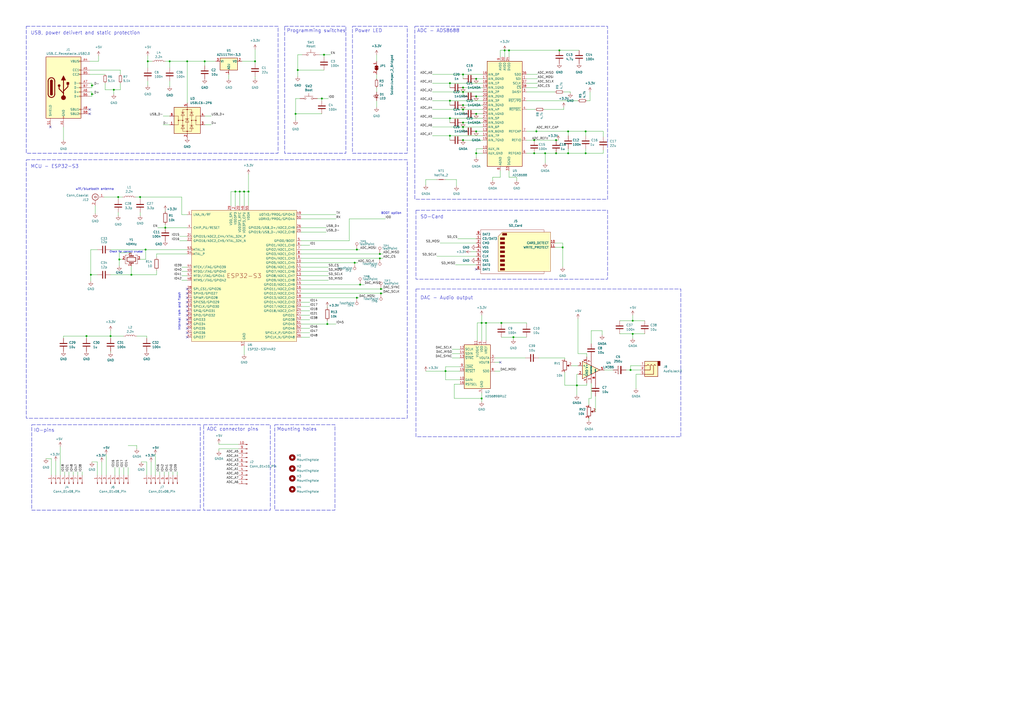
<source format=kicad_sch>
(kicad_sch (version 20230121) (generator eeschema)
  (paper "A2")
  (junction (at 329.565 88.9))
  (junction (at 187.96 31.75))
  (junction (at 279.4 231.14))
  (junction (at 324.485 29.21))
  (junction (at 268.605 81.28))
  (junction (at 268.605 53.34))
  (junction (at 68.58 114.3))
  (junction (at 52.705 159.385))
  (junction (at 322.58 81.28))
  (junction (at 172.72 40.64))
  (junction (at 141.605 111.125))
  (junction (at 276.225 45.72))
  (junction (at 220.98 167.64))
  (junction (at 147.955 35.56))
  (junction (at 81.28 114.3))
  (junction (at 53.34 49.53))
  (junction (at 98.425 35.56))
  (junction (at 295.275 29.21))
  (junction (at 292.735 29.21))
  (junction (at 207.01 144.78))
  (junction (at 276.225 88.9))
  (junction (at 108.585 35.56))
  (junction (at 268.605 50.8))
  (junction (at 186.69 57.15))
  (junction (at 136.525 111.125))
  (junction (at 316.23 88.9))
  (junction (at 85.725 35.56))
  (junction (at 367.03 193.675))
  (junction (at 189.865 187.96))
  (junction (at 53.34 54.61))
  (junction (at 76.2 159.385))
  (junction (at 260.985 58.42))
  (junction (at 260.985 78.74))
  (junction (at 279.4 187.325))
  (junction (at 220.345 147.32))
  (junction (at 260.985 68.58))
  (junction (at 297.815 195.58))
  (junction (at 276.225 66.04))
  (junction (at 207.01 172.72))
  (junction (at 339.725 88.9))
  (junction (at 268.605 73.66))
  (junction (at 268.605 71.12))
  (junction (at 69.215 150.495))
  (junction (at 367.03 186.055))
  (junction (at 309.88 81.28))
  (junction (at 260.985 48.26))
  (junction (at 144.145 111.125))
  (junction (at 171.45 66.04))
  (junction (at 322.58 88.9))
  (junction (at 309.88 88.9))
  (junction (at 258.445 215.265))
  (junction (at 311.15 76.2))
  (junction (at 84.455 144.78))
  (junction (at 268.605 60.96))
  (junction (at 64.135 194.945))
  (junction (at 268.605 63.5))
  (junction (at 268.605 43.18))
  (junction (at 66.04 52.07))
  (junction (at 220.98 170.18))
  (junction (at 139.065 111.125))
  (junction (at 334.645 223.52))
  (junction (at 50.165 194.945))
  (junction (at 365.76 214.63))
  (junction (at 276.225 55.88))
  (junction (at 95.885 132.08))
  (junction (at 326.39 143.51))
  (junction (at 205.74 152.4))
  (junction (at 208.915 165.1))
  (junction (at 329.565 76.2))
  (junction (at 118.745 35.56))
  (junction (at 290.83 187.325))
  (junction (at 339.725 76.2))
  (junction (at 276.225 76.2))
  (junction (at 220.345 149.86))
  (junction (at 281.94 187.325))
  (no_connect (at 108.585 177.8))
  (no_connect (at 108.585 182.88))
  (no_connect (at 52.07 63.5))
  (no_connect (at 108.585 175.26))
  (no_connect (at 108.585 180.34))
  (no_connect (at 29.21 73.66))
  (no_connect (at 108.585 195.58))
  (no_connect (at 108.585 190.5))
  (no_connect (at 276.225 156.21))
  (no_connect (at 108.585 193.04))
  (no_connect (at 108.585 185.42))
  (no_connect (at 52.07 66.04))
  (no_connect (at 108.585 172.72))
  (no_connect (at 290.195 210.185))
  (no_connect (at 108.585 170.18))
  (no_connect (at 108.585 187.96))
  (no_connect (at 108.585 167.64))
  (wire (pts (xy 340.36 58.42) (xy 342.265 58.42)))
  (wire (pts (xy 276.225 45.72) (xy 280.035 45.72)))
  (wire (pts (xy 133.985 119.38) (xy 133.985 111.125)))
  (wire (pts (xy 359.41 186.055) (xy 367.03 186.055)))
  (wire (pts (xy 189.865 177.8) (xy 189.865 178.435)))
  (wire (pts (xy 53.34 54.61) (xy 53.34 55.88)))
  (wire (pts (xy 147.955 28.575) (xy 147.955 35.56)))
  (wire (pts (xy 29.845 275.59) (xy 29.845 266.065)))
  (wire (pts (xy 57.15 35.56) (xy 52.07 35.56)))
  (wire (pts (xy 53.34 49.53) (xy 54.61 49.53)))
  (wire (pts (xy 105.41 160.02) (xy 108.585 160.02)))
  (wire (pts (xy 179.705 182.88) (xy 174.625 182.88)))
  (wire (pts (xy 349.885 86.995) (xy 349.885 88.9)))
  (wire (pts (xy 315.595 63.5) (xy 327.025 63.5)))
  (wire (pts (xy 276.225 88.9) (xy 280.035 88.9)))
  (wire (pts (xy 173.99 57.15) (xy 171.45 57.15)))
  (wire (pts (xy 218.44 31.75) (xy 218.44 35.56)))
  (wire (pts (xy 171.45 66.04) (xy 171.45 69.85)))
  (wire (pts (xy 179.705 175.26) (xy 174.625 175.26)))
  (wire (pts (xy 250.825 48.26) (xy 260.985 48.26)))
  (wire (pts (xy 262.255 207.645) (xy 266.7 207.645)))
  (wire (pts (xy 92.71 273.685) (xy 92.71 275.59)))
  (wire (pts (xy 258.445 212.725) (xy 266.7 212.725)))
  (wire (pts (xy 66.675 271.145) (xy 66.675 275.59)))
  (wire (pts (xy 69.215 154.305) (xy 69.215 150.495)))
  (wire (pts (xy 94.615 72.39) (xy 98.425 72.39)))
  (wire (pts (xy 85.725 35.56) (xy 85.725 39.37)))
  (wire (pts (xy 305.435 76.2) (xy 311.15 76.2)))
  (wire (pts (xy 280.035 43.18) (xy 268.605 43.18)))
  (wire (pts (xy 136.525 111.125) (xy 139.065 111.125)))
  (wire (pts (xy 64.135 194.945) (xy 64.135 196.215)))
  (wire (pts (xy 171.45 66.04) (xy 186.69 66.04)))
  (wire (pts (xy 247.015 215.265) (xy 258.445 215.265)))
  (wire (pts (xy 359.41 193.675) (xy 367.03 193.675)))
  (wire (pts (xy 305.435 50.8) (xy 311.785 50.8)))
  (wire (pts (xy 268.605 43.18) (xy 268.605 45.72)))
  (wire (pts (xy 108.585 147.32) (xy 90.805 147.32)))
  (wire (pts (xy 174.625 187.96) (xy 189.865 187.96)))
  (wire (pts (xy 280.035 58.42) (xy 260.985 58.42)))
  (wire (pts (xy 350.52 214.63) (xy 355.6 214.63)))
  (wire (pts (xy 329.565 86.36) (xy 329.565 88.9)))
  (wire (pts (xy 81.28 150.495) (xy 84.455 150.495)))
  (wire (pts (xy 321.945 143.51) (xy 326.39 143.51)))
  (wire (pts (xy 98.425 46.99) (xy 98.425 50.165)))
  (wire (pts (xy 339.725 76.2) (xy 349.885 76.2)))
  (wire (pts (xy 118.745 67.31) (xy 122.555 67.31)))
  (wire (pts (xy 367.03 193.675) (xy 367.03 196.215)))
  (wire (pts (xy 340.36 223.52) (xy 334.645 223.52)))
  (wire (pts (xy 250.825 73.66) (xy 268.605 73.66)))
  (wire (pts (xy 345.44 229.87) (xy 345.44 238.76)))
  (wire (pts (xy 363.22 214.63) (xy 365.76 214.63)))
  (wire (pts (xy 329.565 76.2) (xy 339.725 76.2)))
  (wire (pts (xy 327.66 223.52) (xy 334.645 223.52)))
  (wire (pts (xy 326.39 140.97) (xy 326.39 143.51)))
  (wire (pts (xy 327.66 207.645) (xy 327.66 208.28)))
  (wire (pts (xy 42.545 273.685) (xy 42.545 275.59)))
  (wire (pts (xy 187.96 31.75) (xy 191.77 31.75)))
  (wire (pts (xy 95.25 273.685) (xy 95.25 275.59)))
  (wire (pts (xy 341.63 231.14) (xy 341.63 234.95)))
  (wire (pts (xy 290.195 210.185) (xy 287.02 210.185)))
  (wire (pts (xy 69.85 48.26) (xy 69.85 52.07)))
  (wire (pts (xy 207.01 144.78) (xy 174.625 144.78)))
  (wire (pts (xy 184.15 57.15) (xy 186.69 57.15)))
  (wire (pts (xy 189.865 186.055) (xy 189.865 187.96)))
  (wire (pts (xy 266.7 220.345) (xy 258.445 220.345)))
  (wire (pts (xy 220.98 167.64) (xy 174.625 167.64)))
  (wire (pts (xy 50.165 194.945) (xy 50.165 196.215)))
  (wire (pts (xy 263.525 222.885) (xy 263.525 231.14)))
  (wire (pts (xy 171.45 57.15) (xy 171.45 66.04)))
  (wire (pts (xy 365.76 214.63) (xy 365.76 212.09)))
  (wire (pts (xy 133.985 111.125) (xy 136.525 111.125)))
  (wire (pts (xy 268.605 50.8) (xy 280.035 50.8)))
  (wire (pts (xy 330.835 53.34) (xy 330.835 53.975)))
  (wire (pts (xy 280.035 53.34) (xy 268.605 53.34)))
  (wire (pts (xy 132.715 43.18) (xy 132.715 45.72)))
  (wire (pts (xy 342.265 53.34) (xy 342.265 58.42)))
  (wire (pts (xy 253.365 104.14) (xy 247.015 104.14)))
  (wire (pts (xy 305.435 88.9) (xy 309.88 88.9)))
  (wire (pts (xy 260.985 78.74) (xy 250.825 78.74)))
  (wire (pts (xy 64.135 159.385) (xy 76.2 159.385)))
  (wire (pts (xy 250.825 53.34) (xy 268.605 53.34)))
  (wire (pts (xy 207.01 172.72) (xy 174.625 172.72)))
  (wire (pts (xy 211.455 165.1) (xy 208.915 165.1)))
  (wire (pts (xy 174.625 134.62) (xy 189.23 134.62)))
  (wire (pts (xy 280.035 68.58) (xy 260.985 68.58)))
  (wire (pts (xy 79.375 260.35) (xy 79.375 258.445)))
  (wire (pts (xy 367.03 182.88) (xy 367.03 186.055)))
  (wire (pts (xy 268.605 71.12) (xy 280.035 71.12)))
  (wire (pts (xy 202.565 127) (xy 202.565 139.7)))
  (wire (pts (xy 339.725 88.9) (xy 349.885 88.9)))
  (wire (pts (xy 64.135 144.78) (xy 84.455 144.78)))
  (wire (pts (xy 305.435 187.325) (xy 305.435 187.96)))
  (wire (pts (xy 264.16 153.67) (xy 276.225 153.67)))
  (wire (pts (xy 368.935 217.17) (xy 371.475 217.17)))
  (wire (pts (xy 174.625 127) (xy 194.945 127)))
  (wire (pts (xy 81.915 267.97) (xy 85.09 267.97)))
  (wire (pts (xy 64.135 191.77) (xy 64.135 194.945)))
  (wire (pts (xy 279.4 187.325) (xy 281.94 187.325)))
  (wire (pts (xy 322.58 81.28) (xy 323.85 81.28)))
  (wire (pts (xy 305.435 63.5) (xy 310.515 63.5)))
  (wire (pts (xy 189.23 132.08) (xy 174.625 132.08)))
  (wire (pts (xy 263.525 231.14) (xy 279.4 231.14)))
  (wire (pts (xy 297.815 195.58) (xy 290.83 195.58)))
  (wire (pts (xy 305.435 58.42) (xy 335.28 58.42)))
  (wire (pts (xy 276.225 88.9) (xy 276.225 91.44)))
  (wire (pts (xy 108.585 124.46) (xy 105.41 124.46)))
  (wire (pts (xy 321.945 140.97) (xy 326.39 140.97)))
  (wire (pts (xy 316.23 88.9) (xy 316.23 94.615)))
  (wire (pts (xy 295.275 29.21) (xy 324.485 29.21)))
  (wire (pts (xy 262.255 205.105) (xy 266.7 205.105)))
  (wire (pts (xy 280.035 73.66) (xy 268.605 73.66)))
  (wire (pts (xy 69.215 150.495) (xy 71.12 150.495)))
  (wire (pts (xy 40.005 273.685) (xy 40.005 275.59)))
  (wire (pts (xy 279.4 187.325) (xy 279.4 197.485)))
  (wire (pts (xy 292.735 29.21) (xy 292.735 33.02)))
  (wire (pts (xy 327.66 215.9) (xy 327.66 223.52)))
  (wire (pts (xy 53.34 50.8) (xy 53.34 49.53)))
  (wire (pts (xy 276.225 55.88) (xy 280.035 55.88)))
  (wire (pts (xy 69.215 146.685) (xy 69.215 150.495)))
  (wire (pts (xy 90.805 156.845) (xy 90.805 159.385)))
  (wire (pts (xy 187.96 31.75) (xy 187.96 33.02)))
  (wire (pts (xy 95.885 121.92) (xy 95.885 122.555)))
  (wire (pts (xy 81.28 114.3) (xy 78.74 114.3)))
  (wire (pts (xy 281.94 187.325) (xy 290.83 187.325)))
  (wire (pts (xy 258.445 212.725) (xy 258.445 215.265)))
  (wire (pts (xy 220.345 149.86) (xy 222.25 149.86)))
  (wire (pts (xy 69.85 40.64) (xy 52.07 40.64)))
  (wire (pts (xy 276.86 197.485) (xy 276.86 187.325)))
  (wire (pts (xy 280.035 63.5) (xy 268.605 63.5)))
  (wire (pts (xy 64.135 204.47) (xy 64.135 203.835)))
  (wire (pts (xy 305.435 48.26) (xy 311.785 48.26)))
  (wire (pts (xy 309.88 81.28) (xy 322.58 81.28)))
  (wire (pts (xy 285.75 102.87) (xy 290.195 102.87)))
  (wire (pts (xy 280.035 48.26) (xy 260.985 48.26)))
  (wire (pts (xy 185.42 31.75) (xy 187.96 31.75)))
  (wire (pts (xy 295.275 102.87) (xy 295.275 99.06)))
  (wire (pts (xy 32.385 267.335) (xy 32.385 275.59)))
  (wire (pts (xy 144.145 111.125) (xy 144.145 119.38)))
  (wire (pts (xy 222.25 167.64) (xy 220.98 167.64)))
  (wire (pts (xy 265.43 138.43) (xy 276.225 138.43)))
  (wire (pts (xy 341.63 242.57) (xy 341.63 243.84)))
  (wire (pts (xy 202.565 127) (xy 223.52 127)))
  (wire (pts (xy 81.28 115.57) (xy 81.28 114.3)))
  (wire (pts (xy 52.07 48.26) (xy 53.34 48.26)))
  (wire (pts (xy 60.96 52.07) (xy 66.04 52.07)))
  (wire (pts (xy 84.455 150.495) (xy 84.455 144.78)))
  (wire (pts (xy 340.36 222.25) (xy 340.36 223.52)))
  (wire (pts (xy 266.7 222.885) (xy 263.525 222.885)))
  (wire (pts (xy 327.025 53.34) (xy 330.835 53.34)))
  (wire (pts (xy 340.36 205.105) (xy 340.36 207.01)))
  (wire (pts (xy 250.825 43.18) (xy 268.605 43.18)))
  (wire (pts (xy 290.83 187.325) (xy 305.435 187.325)))
  (wire (pts (xy 76.2 154.305) (xy 76.2 159.385)))
  (wire (pts (xy 268.605 63.5) (xy 268.605 66.04)))
  (wire (pts (xy 190.5 154.94) (xy 174.625 154.94)))
  (wire (pts (xy 260.985 78.74) (xy 260.985 81.28)))
  (wire (pts (xy 85.09 194.945) (xy 79.375 194.945)))
  (wire (pts (xy 208.915 165.1) (xy 174.625 165.1)))
  (wire (pts (xy 138.43 257.81) (xy 127 257.81)))
  (wire (pts (xy 141.605 111.125) (xy 144.145 111.125)))
  (wire (pts (xy 85.725 35.56) (xy 88.265 35.56)))
  (wire (pts (xy 305.435 45.72) (xy 311.785 45.72)))
  (wire (pts (xy 53.34 267.97) (xy 56.515 267.97)))
  (wire (pts (xy 367.03 193.675) (xy 374.015 193.675)))
  (wire (pts (xy 118.745 35.56) (xy 118.745 38.1)))
  (wire (pts (xy 52.705 159.385) (xy 52.705 144.78)))
  (wire (pts (xy 68.58 115.57) (xy 68.58 114.3)))
  (wire (pts (xy 334.645 217.17) (xy 334.645 223.52)))
  (wire (pts (xy 326.39 143.51) (xy 326.39 154.94)))
  (wire (pts (xy 268.605 81.28) (xy 280.035 81.28)))
  (wire (pts (xy 305.435 53.34) (xy 321.945 53.34)))
  (wire (pts (xy 258.445 215.265) (xy 266.7 215.265)))
  (wire (pts (xy 136.525 119.38) (xy 136.525 111.125)))
  (wire (pts (xy 255.27 140.97) (xy 276.225 140.97)))
  (wire (pts (xy 68.58 114.3) (xy 71.12 114.3)))
  (wire (pts (xy 186.69 57.15) (xy 190.5 57.15)))
  (wire (pts (xy 53.34 54.61) (xy 54.61 54.61)))
  (wire (pts (xy 305.435 43.18) (xy 311.785 43.18)))
  (wire (pts (xy 105.41 114.3) (xy 81.28 114.3)))
  (wire (pts (xy 52.07 55.88) (xy 53.34 55.88)))
  (wire (pts (xy 297.815 195.58) (xy 305.435 195.58)))
  (wire (pts (xy 247.015 104.14) (xy 247.015 107.315)))
  (wire (pts (xy 36.83 194.945) (xy 36.83 196.215)))
  (wire (pts (xy 335.28 205.105) (xy 340.36 205.105)))
  (wire (pts (xy 90.17 263.525) (xy 90.17 275.59)))
  (wire (pts (xy 95.885 35.56) (xy 98.425 35.56)))
  (wire (pts (xy 295.275 33.02) (xy 295.275 29.21)))
  (wire (pts (xy 95.885 130.175) (xy 95.885 132.08)))
  (wire (pts (xy 222.25 170.18) (xy 220.98 170.18)))
  (wire (pts (xy 29.845 266.065) (xy 26.67 266.065)))
  (wire (pts (xy 139.065 111.125) (xy 141.605 111.125)))
  (wire (pts (xy 276.86 187.325) (xy 279.4 187.325)))
  (wire (pts (xy 138.43 260.35) (xy 127 260.35)))
  (wire (pts (xy 141.605 200.66) (xy 141.605 205.74)))
  (wire (pts (xy 335.28 217.17) (xy 334.645 217.17)))
  (wire (pts (xy 295.275 29.21) (xy 292.735 29.21)))
  (wire (pts (xy 98.425 39.37) (xy 98.425 35.56)))
  (wire (pts (xy 104.14 139.7) (xy 108.585 139.7)))
  (wire (pts (xy 91.44 132.08) (xy 95.885 132.08)))
  (wire (pts (xy 190.5 162.56) (xy 174.625 162.56)))
  (wire (pts (xy 55.245 119.38) (xy 55.245 123.825)))
  (wire (pts (xy 371.475 212.09) (xy 365.76 212.09)))
  (wire (pts (xy 127 260.35) (xy 127 261.62)))
  (wire (pts (xy 179.705 195.58) (xy 174.625 195.58)))
  (wire (pts (xy 279.4 227.965) (xy 279.4 231.14)))
  (wire (pts (xy 172.72 40.64) (xy 187.96 40.64)))
  (wire (pts (xy 140.335 35.56) (xy 147.955 35.56)))
  (wire (pts (xy 37.465 273.685) (xy 37.465 275.59)))
  (wire (pts (xy 59.055 267.97) (xy 59.055 275.59)))
  (wire (pts (xy 260.985 68.58) (xy 260.985 71.12)))
  (wire (pts (xy 367.03 186.055) (xy 374.015 186.055)))
  (wire (pts (xy 218.44 58.42) (xy 218.44 62.23)))
  (wire (pts (xy 322.58 88.9) (xy 329.565 88.9)))
  (wire (pts (xy 268.605 73.66) (xy 268.605 76.2)))
  (wire (pts (xy 69.215 271.145) (xy 69.215 275.59)))
  (wire (pts (xy 52.07 53.34) (xy 53.34 53.34)))
  (wire (pts (xy 190.5 160.02) (xy 174.625 160.02)))
  (wire (pts (xy 174.625 124.46) (xy 194.945 124.46)))
  (wire (pts (xy 281.94 187.325) (xy 281.94 197.485)))
  (wire (pts (xy 202.565 139.7) (xy 174.625 139.7)))
  (wire (pts (xy 349.25 191.77) (xy 349.25 194.31)))
  (wire (pts (xy 52.07 50.8) (xy 53.34 50.8)))
  (wire (pts (xy 220.98 170.18) (xy 174.625 170.18)))
  (wire (pts (xy 85.725 46.99) (xy 85.725 49.53)))
  (wire (pts (xy 250.825 63.5) (xy 268.605 63.5)))
  (wire (pts (xy 47.625 273.685) (xy 47.625 275.59)))
  (wire (pts (xy 36.83 73.66) (xy 36.83 81.28)))
  (wire (pts (xy 250.825 68.58) (xy 260.985 68.58)))
  (wire (pts (xy 104.14 137.16) (xy 108.585 137.16)))
  (wire (pts (xy 85.09 196.215) (xy 85.09 194.945)))
  (wire (pts (xy 141.605 111.125) (xy 141.605 119.38)))
  (wire (pts (xy 220.345 147.32) (xy 222.25 147.32)))
  (wire (pts (xy 179.705 193.04) (xy 174.625 193.04)))
  (wire (pts (xy 52.705 144.78) (xy 56.515 144.78)))
  (wire (pts (xy 85.725 32.385) (xy 85.725 35.56)))
  (wire (pts (xy 258.445 104.14) (xy 264.795 104.14)))
  (wire (pts (xy 311.15 74.93) (xy 311.15 76.2)))
  (wire (pts (xy 69.85 43.18) (xy 69.85 40.64)))
  (wire (pts (xy 262.255 202.565) (xy 266.7 202.565)))
  (wire (pts (xy 327.025 62.23) (xy 327.025 63.5)))
  (wire (pts (xy 105.41 157.48) (xy 108.585 157.48)))
  (wire (pts (xy 342.9 199.39) (xy 342.9 191.77)))
  (wire (pts (xy 208.915 144.78) (xy 207.01 144.78)))
  (wire (pts (xy 105.41 124.46) (xy 105.41 114.3)))
  (wire (pts (xy 85.09 275.59) (xy 85.09 267.97)))
  (wire (pts (xy 335.28 184.785) (xy 335.28 205.105)))
  (wire (pts (xy 276.225 66.04) (xy 280.035 66.04)))
  (wire (pts (xy 98.425 35.56) (xy 108.585 35.56)))
  (wire (pts (xy 368.935 217.17) (xy 368.935 225.425)))
  (wire (pts (xy 52.07 43.18) (xy 60.96 43.18)))
  (wire (pts (xy 290.195 215.265) (xy 287.02 215.265)))
  (wire (pts (xy 34.925 259.08) (xy 34.925 275.59)))
  (wire (pts (xy 174.625 147.32) (xy 220.345 147.32)))
  (wire (pts (xy 71.755 194.945) (xy 64.135 194.945)))
  (wire (pts (xy 139.065 119.38) (xy 139.065 111.125)))
  (wire (pts (xy 276.225 86.36) (xy 276.225 88.9)))
  (wire (pts (xy 179.705 177.8) (xy 174.625 177.8)))
  (wire (pts (xy 97.79 273.685) (xy 97.79 275.59)))
  (wire (pts (xy 127 257.175) (xy 127 257.81)))
  (wire (pts (xy 53.34 53.34) (xy 53.34 54.61)))
  (wire (pts (xy 305.435 81.28) (xy 309.88 81.28)))
  (wire (pts (xy 339.725 76.2) (xy 339.725 78.74)))
  (wire (pts (xy 45.085 273.685) (xy 45.085 275.59)))
  (wire (pts (xy 57.15 32.385) (xy 57.15 35.56)))
  (wire (pts (xy 179.705 180.34) (xy 174.625 180.34)))
  (wire (pts (xy 264.795 104.14) (xy 264.795 107.95)))
  (wire (pts (xy 76.2 146.685) (xy 69.215 146.685)))
  (wire (pts (xy 290.195 29.21) (xy 290.195 33.02)))
  (wire (pts (xy 90.805 147.32) (xy 90.805 149.225)))
  (wire (pts (xy 316.23 88.9) (xy 322.58 88.9)))
  (wire (pts (xy 342.9 231.14) (xy 341.63 231.14)))
  (wire (pts (xy 102.87 273.685) (xy 102.87 275.59)))
  (wire (pts (xy 342.9 222.25) (xy 342.9 231.14)))
  (wire (pts (xy 329.565 88.9) (xy 339.725 88.9)))
  (wire (pts (xy 172.72 31.75) (xy 172.72 40.64)))
  (wire (pts (xy 218.44 43.18) (xy 218.44 45.72)))
  (wire (pts (xy 299.72 102.87) (xy 299.72 104.775)))
  (wire (pts (xy 258.445 215.265) (xy 258.445 220.345)))
  (wire (pts (xy 50.165 194.945) (xy 36.83 194.945)))
  (wire (pts (xy 324.485 29.21) (xy 335.915 29.21)))
  (wire (pts (xy 297.815 196.85) (xy 297.815 195.58)))
  (wire (pts (xy 329.565 76.2) (xy 329.565 78.74)))
  (wire (pts (xy 250.825 58.42) (xy 260.985 58.42)))
  (wire (pts (xy 276.225 76.2) (xy 280.035 76.2)))
  (wire (pts (xy 87.63 267.97) (xy 87.63 275.59)))
  (wire (pts (xy 218.44 50.8) (xy 218.44 53.34)))
  (wire (pts (xy 60.325 114.3) (xy 68.58 114.3)))
  (wire (pts (xy 50.165 194.945) (xy 64.135 194.945)))
  (wire (pts (xy 349.885 79.375) (xy 349.885 76.2)))
  (wire (pts (xy 174.625 142.24) (xy 179.705 142.24)))
  (wire (pts (xy 105.41 154.94) (xy 108.585 154.94)))
  (wire (pts (xy 268.605 60.96) (xy 280.035 60.96)))
  (wire (pts (xy 186.69 57.15) (xy 186.69 58.42)))
  (wire (pts (xy 66.04 52.07) (xy 66.04 54.61)))
  (wire (pts (xy 118.745 72.39) (xy 122.555 72.39)))
  (wire (pts (xy 175.26 31.75) (xy 172.72 31.75)))
  (wire (pts (xy 292.735 29.21) (xy 290.195 29.21)))
  (wire (pts (xy 339.725 86.36) (xy 339.725 88.9)))
  (wire (pts (xy 60.96 48.26) (xy 60.96 52.07)))
  (wire (pts (xy 285.75 102.87) (xy 285.75 104.775)))
  (wire (pts (xy 371.475 214.63) (xy 365.76 214.63)))
  (wire (pts (xy 100.33 273.685) (xy 100.33 275.59)))
  (wire (pts (xy 205.74 152.4) (xy 207.645 152.4)))
  (wire (pts (xy 312.42 207.645) (xy 327.66 207.645)))
  (wire (pts (xy 311.15 76.2) (xy 329.565 76.2)))
  (wire (pts (xy 66.04 52.07) (xy 69.85 52.07)))
  (wire (pts (xy 342.9 191.77) (xy 349.25 191.77)))
  (wire (pts (xy 309.88 88.9) (xy 316.23 88.9)))
  (wire (pts (xy 74.295 271.145) (xy 74.295 275.59)))
  (wire (pts (xy 280.035 86.36) (xy 276.225 86.36)))
  (wire (pts (xy 53.34 49.53) (xy 53.34 48.26)))
  (wire (pts (xy 190.5 157.48) (xy 174.625 157.48)))
  (wire (pts (xy 172.72 40.64) (xy 172.72 44.45)))
  (wire (pts (xy 147.955 44.45) (xy 147.955 45.72)))
  (wire (pts (xy 79.375 258.445) (xy 74.295 258.445)))
  (wire (pts (xy 260.985 58.42) (xy 260.985 60.96)))
  (wire (pts (xy 84.455 144.78) (xy 108.585 144.78)))
  (wire (pts (xy 280.035 78.74) (xy 260.985 78.74)))
  (wire (pts (xy 287.02 207.645) (xy 304.8 207.645)))
  (wire (pts (xy 56.515 159.385) (xy 52.705 159.385)))
  (wire (pts (xy 331.47 212.09) (xy 335.28 212.09)))
  (wire (pts (xy 71.755 271.145) (xy 71.755 275.59)))
  (wire (pts (xy 279.4 182.88) (xy 279.4 187.325)))
  (wire (pts (xy 253.365 148.59) (xy 276.225 148.59)))
  (wire (pts (xy 334.645 223.52) (xy 334.645 229.235)))
  (wire (pts (xy 290.195 102.87) (xy 290.195 99.06)))
  (wire (pts (xy 81.28 123.19) (xy 81.28 125.095)))
  (wire (pts (xy 144.145 100.965) (xy 144.145 111.125)))
  (wire (pts (xy 179.705 190.5) (xy 174.625 190.5)))
  (wire (pts (xy 189.865 187.96) (xy 194.945 187.96)))
  (wire (pts (xy 68.58 123.19) (xy 68.58 125.095)))
  (wire (pts (xy 290.83 187.325) (xy 290.83 187.96)))
  (wire (pts (xy 52.705 163.195) (xy 52.705 159.385)))
  (wire (pts (xy 299.72 102.87) (xy 295.275 102.87)))
  (wire (pts (xy 279.4 231.14) (xy 279.4 233.045)))
  (wire (pts (xy 95.885 132.08) (xy 108.585 132.08)))
  (wire (pts (xy 174.625 152.4) (xy 205.74 152.4)))
  (wire (pts (xy 108.585 35.56) (xy 118.745 35.56)))
  (wire (pts (xy 94.615 67.31) (xy 98.425 67.31)))
  (wire (pts (xy 174.625 149.86) (xy 220.345 149.86)))
  (wire (pts (xy 147.955 36.83) (xy 147.955 35.56)))
  (wire (pts (xy 208.28 172.72) (xy 207.01 172.72)))
  (wire (pts (xy 61.595 263.525) (xy 61.595 275.59)))
  (wire (pts (xy 108.585 59.69) (xy 108.585 35.56)))
  (wire (pts (xy 268.605 53.34) (xy 268.605 55.88)))
  (wire (pts (xy 260.985 48.26) (xy 260.985 50.8)))
  (wire (pts (xy 179.705 185.42) (xy 174.625 185.42)))
  (wire (pts (xy 125.095 35.56) (xy 118.745 35.56)))
  (wire (pts (xy 273.05 146.05) (xy 276.225 146.05)))
  (wire (pts (xy 76.2 159.385) (xy 90.805 159.385)))
  (wire (pts (xy 105.41 162.56) (xy 108.585 162.56)))
  (wire (pts (xy 56.515 275.59) (xy 56.515 267.97)))
  (rectangle (start 241.3 121.92) (end 352.425 161.925) (stroke (width 0.2) (type dash)))
  (rectangle (start 241.3 167.64) (end 394.97 253.365) (stroke (width 0.2) (type dash)))
  (rectangle (start 118.11 246.38) (end 156.845 295.91) (stroke (width 0.2) (type dash)))
  (rectangle (start 15.24 15.24) (end 161.29 88.9) (stroke (width 0.2) (type dash)))
  (rectangle (start 15.24 92.71) (end 236.22 242.57) (stroke (width 0.2) (type dash)))
  (rectangle (start 165.1 15.24) (end 200.66 88.9) (stroke (width 0.2) (type dash)))
  (rectangle (start 240.665 15.24) (end 352.425 115.57) (stroke (width 0.2) (type dash)))
  (rectangle (start 18.415 246.38) (end 116.205 295.91) (stroke (width 0.2) (type dash)))
  (rectangle (start 204.47 15.24) (end 236.22 88.9) (stroke (width 0.2) (type dash)))
  (rectangle (start 159.385 246.38) (end 194.31 295.91) (stroke (width 0.2) (type dash)))
  (text "MCU - ESP32-S3\n" (at 17.78 97.79 0) (effects (font (size 2 2)) (justify left bottom)))
  (text "wifi/bluetooth antenna" (at 43.815 110.49 0) (effects (font (size 1.27 1.27)) (justify left bottom)))
  (text "USB, power delivert and static protection" (at 17.78 20.32 0) (effects (font (size 2 2)) (justify left bottom)))
  (text "Power LED" (at 205.74 19.05 0) (effects (font (size 2 2)) (justify left bottom)))
  (text "IO-pins" (at 19.685 250.825 0) (effects (font (size 2 2)) (justify left bottom)))
  (text "Internal ram and flash" (at 104.775 191.77 90) (effects (font (size 1.27 1.27)) (justify left bottom)))
  (text "ADC connector pins" (at 120.015 250.19 0) (effects (font (size 2 2)) (justify left bottom)))
  (text "BOOT option" (at 220.98 124.46 0) (effects (font (size 1.27 1.27)) (justify left bottom)))
  (text "Check for correct crustal" (at 63.5 146.685 0) (effects (font (size 1 1)) (justify left bottom)))
  (text "DAC - Audio output" (at 243.84 173.99 0) (effects (font (size 2 2)) (justify left bottom)))
  (text "ADC - ADS8688" (at 241.935 19.05 0) (effects (font (size 2 2)) (justify left bottom)))
  (text "Programming switches\n" (at 166.37 19.05 0) (effects (font (size 2 2)) (justify left bottom)))
  (text "Mounting holes" (at 160.655 250.19 0) (effects (font (size 2 2)) (justify left bottom)))
  (text "SD-Card" (at 243.84 127 0) (effects (font (size 2 2)) (justify left bottom)))
  (label "D+" (at 122.555 72.39 0))
  (label "SD_SCLK" (at 253.365 148.59 180))
  (label "USB_D+" (at 122.555 67.31 0))
  (label "IO14" (at 74.295 271.145 90))
  (label "IO39" (at 105.41 154.94 180))
  (label "IO17" (at 71.755 271.145 90))
  (label "ADC_A1" (at 250.825 48.26 180))
  (label "USB_D-" (at 189.23 134.62 0))
  (label "IO15" (at 69.215 271.145 90))
  (label "IO42" (at 105.41 162.56 180))
  (label "ADC_A2" (at 250.825 53.34 180))
  (label "IO48" (at 42.545 273.685 90))
  (label "IO0" (at 223.52 127 0))
  (label "IO15" (at 104.14 137.16 180))
  (label "IO48" (at 179.705 195.58 0))
  (label "ADC_A6" (at 138.43 280.67 180))
  (label "DAC_MOSI" (at 208.28 172.72 0))
  (label "ADC_REF_CAP" (at 311.15 74.93 0))
  (label "IO46" (at 179.705 190.5 0))
  (label "ADC_A2" (at 138.43 270.51 180))
  (label "IO17" (at 179.705 177.8 0))
  (label "DAC_SCLK" (at 262.255 202.565 180))
  (label "IO18" (at 179.705 180.34 0))
  (label "IO16" (at 66.675 271.145 90))
  (label "IO40" (at 100.33 273.685 90))
  (label "RX" (at 194.945 127 0))
  (label "IO41" (at 105.41 160.02 180))
  (label "IO18" (at 37.465 273.685 90))
  (label "ADC_A5" (at 138.43 262.89 180))
  (label "IO1" (at 179.705 142.24 0))
  (label "ADC_CS" (at 222.25 149.86 0))
  (label "SD_MISO" (at 264.16 153.67 180))
  (label "SD_MOSI" (at 255.27 140.97 180))
  (label "ADC_REFV" (at 308.61 81.28 0))
  (label "ADC_A3" (at 138.43 267.97 180))
  (label "USB_D+" (at 189.23 132.08 0))
  (label "SD_MOSI" (at 190.5 157.48 0))
  (label "IO21" (at 179.705 182.88 0))
  (label "IO47" (at 45.085 273.685 90))
  (label "ADC_A0" (at 138.43 275.59 180))
  (label "ADC_A5" (at 250.825 68.58 180))
  (label "D-" (at 54.61 49.53 0))
  (label "DAC_MISO" (at 262.255 205.105 180))
  (label "IO39" (at 102.87 273.685 90))
  (label "USB_D-" (at 94.615 67.31 180))
  (label "ADC_A1" (at 138.43 273.05 180))
  (label "IO47" (at 179.705 193.04 0))
  (label "IO46" (at 92.71 273.685 90))
  (label "ADC_A3" (at 250.825 58.42 180))
  (label "IO40" (at 105.41 157.48 180))
  (label "DAC_SYNC" (at 262.255 207.645 180))
  (label "SD_CS" (at 265.43 138.43 180))
  (label "IO38" (at 47.625 273.685 90))
  (label "ADC_A4" (at 138.43 265.43 180))
  (label "DAC_SCLK" (at 222.25 170.18 0))
  (label "ADC_MISO" (at 311.785 43.18 0))
  (label "ADC_CS" (at 311.785 50.8 0))
  (label "DAC_MOSI" (at 290.195 215.265 0))
  (label "DAC_SYNC" (at 222.25 167.64 0))
  (label "ADC_MOSI" (at 311.785 45.72 0))
  (label "ADC_SCLK" (at 311.785 48.26 0))
  (label "ADC_A7" (at 138.43 278.13 180))
  (label "DAC_MISO" (at 211.455 165.1 0))
  (label "ADC_A0" (at 250.825 43.18 180))
  (label "ADC_SCLK" (at 207.645 152.4 0))
  (label "TX" (at 194.945 124.46 0))
  (label "ADC_A6" (at 250.825 73.66 180))
  (label "IO42" (at 95.25 273.685 90))
  (label "EN" (at 191.77 31.75 0))
  (label "IO16" (at 104.14 139.7 180))
  (label "SD_MISO" (at 190.5 162.56 0))
  (label "ADC_MISO" (at 222.25 147.32 0))
  (label "IO21" (at 40.005 273.685 90))
  (label "ADC_MOSI" (at 208.915 144.78 0))
  (label "SD_SCLK" (at 190.5 160.02 0))
  (label "ADC_A4" (at 250.825 63.5 180))
  (label "IO0" (at 190.5 57.15 0))
  (label "IO45" (at 194.945 187.96 0))
  (label "EN" (at 91.44 132.08 180))
  (label "IO14" (at 179.705 175.26 0))
  (label "IO38" (at 179.705 185.42 0))
  (label "D+" (at 54.61 54.61 0))
  (label "D-" (at 94.615 72.39 0))
  (label "IO41" (at 97.79 273.685 90))
  (label "SD_CS" (at 190.5 154.94 0))
  (label "ADC_A7" (at 250.825 78.74 180))
  (symbol (lib_id "power:+3.3V") (at 144.145 100.965 0) (unit 1)
    (property "Reference" "#PWR054" (effects hide))
    (property "Value" "+3.3V" (at 144.145 95.885 0))
  )
  (symbol (lib_id "power:GND") (at 85.725 49.53 0) (unit 1)
    (property "Reference" "#PWR011" (effects hide))
    (property "Value" "GND" (at 85.725 54.61 0))
  )
  (symbol (lib_id "power:GNDA") (at 268.605 81.28 0) (unit 1)
    (property "Reference" "#PWR035" (effects hide))
    (property "Value" "GNDA" (at 268.605 86.36 0))
  )
  (symbol (lib_id "Device:C") (at 349.885 83.185 0) (unit 1)
    (property "Reference" "C17" (at 353.695 81.915 0) (effects (justify left)))
    (property "Value" "22u" (at 353.695 84.455 0) (effects (justify left)))
    (property "Footprint" "Capacitor_SMD:C_0805_2012Metric" (effects hide))
  )
  (symbol (lib_id "power:GNDA") (at 268.605 50.8 0) (unit 1)
    (property "Reference" "#PWR042" (effects hide))
    (property "Value" "GNDA" (at 268.605 55.88 0))
  )
  (symbol (lib_id "power:+5V") (at 57.15 32.385 0) (unit 1)
    (property "Reference" "#PWR049" (effects hide))
    (property "Value" "+5V" (at 57.15 27.305 0))
  )
  (symbol (lib_id "power:GNDA") (at 276.225 66.04 0) (unit 1)
    (property "Reference" "#PWR039" (effects hide))
    (property "Value" "GNDA" (at 276.225 71.12 0))
  )
  (symbol (lib_id "Device:C") (at 186.69 62.23 0) (unit 1)
    (property "Reference" "C4" (at 190.5 60.96 0) (effects (justify left)))
    (property "Value" "100n" (at 190.5 63.5 0) (effects (justify left)))
    (property "Footprint" "Capacitor_SMD:C_0402_1005Metric" (effects hide))
  )
  (symbol (lib_id "power:GND") (at 297.815 196.85 0) (unit 1)
    (property "Reference" "#PWR019" (effects hide))
    (property "Value" "GND" (at 297.815 201.93 0))
  )
  (symbol (lib_id "Device:C") (at 308.61 207.645 90) (unit 1)
    (property "Reference" "C39" (at 308.61 200.66 90))
    (property "Value" "10u" (at 308.61 203.2 90))
    (property "Footprint" "Capacitor_SMD:C_0603_1608Metric" (effects hide))
  )
  (symbol (lib_id "power:GND") (at 141.605 205.74 0) (unit 1)
    (property "Reference" "#PWR062" (effects hide))
    (property "Value" "GND" (at 141.605 210.185 0))
  )
  (symbol (lib_id "power:+3.3V") (at 323.85 81.28 0) (unit 1)
    (property "Reference" "#PWR046" (effects hide))
    (property "Value" "+3.3V" (at 320.675 78.74 0))
  )
  (symbol (lib_id "Connector:USB_C_Receptacle_USB2.0") (at 36.83 50.8 0) (unit 1)
    (property "Reference" "J1" (at 39.5478 28.7782 0))
    (property "Value" "USB_C_Receptacle_USB2.0" (at 39.5478 31.0896 0))
    (property "Footprint" "Connector_USB:USB_C_Receptacle_G-Switch_GT-USB-7010ASV" (effects hide))
    (property "Datasheet" "https://www.usb.org/sites/default/files/documents/usb_type-c.zip" (effects hide))
  )
  (symbol (lib_id "Device:C") (at 85.09 200.025 0) (unit 1)
    (property "Reference" "C32" (at 88.265 198.755 0) (effects (justify left)))
    (property "Value" "100n" (at 88.265 201.295 0) (effects (justify left)))
    (property "Footprint" "Capacitor_SMD:C_0402_1005Metric" (effects hide))
  )
  (symbol (lib_id "power:GNDA") (at 316.23 94.615 0) (unit 1)
    (property "Reference" "#PWR031" (effects hide))
    (property "Value" "GNDA" (at 316.23 99.06 0))
  )
  (symbol (lib_id "Device:NetTie_2") (at 255.905 104.14 0) (unit 1) (in_bom no)
    (property "Reference" "NT1" (at 255.905 99.06 0))
    (property "Value" "NetTie_2" (at 255.905 101.6 0))
    (property "Footprint" "NetTie:NetTie-2_THT_Pad1.0mm" (effects hide))
  )
  (symbol (lib_id "power:GND") (at 26.67 266.065 0) (unit 1)
    (property "Reference" "#PWR065" (effects hide))
    (property "Value" "GND" (at 26.67 271.145 0))
  )
  (symbol (lib_id "power:GNDA") (at 276.225 55.88 0) (unit 1)
    (property "Reference" "#PWR041" (effects hide))
    (property "Value" "GNDA" (at 276.225 60.96 0))
  )
  (symbol (lib_id "power:GND") (at 68.58 125.095 0) (unit 1)
    (property "Reference" "#PWR050" (effects hide))
    (property "Value" "GND" (at 68.58 130.175 0))
  )
  (symbol (lib_id "power:GND") (at 330.835 53.975 0) (unit 1)
    (property "Reference" "#PWR034" (effects hide))
    (property "Value" "GND" (at 330.835 58.42 0))
  )
  (symbol (lib_id "Connector:TestPoint") (at 207.01 144.78 0) (unit 1)
    (property "Reference" "TP5" (at 208.915 140.208 0) (effects (justify left)))
    (property "Value" "TestPoint" (at 208.28 141.605 0) (effects (justify left)))
    (property "Footprint" "TestPoint:TestPoint_Pad_D1.0mm" (effects hide))
  )
  (symbol (lib_id "Mechanical:MountingHole") (at 169.545 265.43 0) (unit 1)
    (property "Reference" "H1" (at 172.085 264.16 0) (effects (justify left)))
    (property "Value" "MountingHole" (at 172.085 266.7 0) (effects (justify left)))
    (property "Footprint" "MountingHole:MountingHole_2.2mm_M2_DIN965_Pad" (effects hide))
  )
  (symbol (lib_id "Device:C") (at 305.435 191.77 0) (unit 1)
    (property "Reference" "C10" (at 309.245 190.5 0) (effects (justify left)))
    (property "Value" "10u" (at 309.245 193.04 0) (effects (justify left)))
    (property "Footprint" "Capacitor_SMD:C_0603_1608Metric" (effects hide))
  )
  (symbol (lib_id "Device:L") (at 92.075 35.56 90) (unit 1)
    (property "Reference" "L4" (at 92.075 30.48 90))
    (property "Value" "2.2n" (at 92.075 33.02 90))
    (property "Footprint" "Inductor_SMD:L_0603_1608Metric" (effects hide))
  )
  (symbol (lib_id "power:GND") (at 85.09 203.835 0) (unit 1)
    (property "Reference" "#PWR056" (effects hide))
    (property "Value" "GND" (at 85.09 208.28 0))
  )
  (symbol (lib_id "Device:C") (at 68.58 119.38 0) (unit 1)
    (property "Reference" "C28" (at 72.39 118.11 0) (effects (justify left)))
    (property "Value" "3.3p" (at 72.39 120.65 0) (effects (justify left)))
    (property "Footprint" "Capacitor_SMD:C_0402_1005Metric" (effects hide))
  )
  (symbol (lib_id "power:GNDA") (at 341.63 243.84 0) (unit 1)
    (property "Reference" "#PWR017" (effects hide))
    (property "Value" "GNDA" (at 341.63 248.92 0))
  )
  (symbol (lib_id "Connector:Conn_Coaxial") (at 55.245 114.3 0) (mirror y) (unit 1)
    (property "Reference" "J12" (at 51.435 115.8632 0) (effects (justify left)))
    (property "Value" "Conn_Coaxial" (at 51.435 113.3232 0) (effects (justify left)))
    (property "Footprint" "RF_Antenna:Texas_SWRA117D_2.4GHz_Right" (effects hide))
    (property "Datasheet" " ~" (effects hide))
  )
  (symbol (lib_id "power:GND") (at 98.425 50.165 0) (unit 1)
    (property "Reference" "#PWR063" (effects hide))
    (property "Value" "GND" (at 98.425 55.245 0))
  )
  (symbol (lib_id "power:GNDA") (at 127 261.62 0) (unit 1)
    (property "Reference" "#PWR048" (effects hide))
    (property "Value" "GNDA" (at 127 266.065 0))
  )
  (symbol (lib_id "Device:C") (at 322.58 85.09 0) (unit 1)
    (property "Reference" "C18" (at 324.485 83.82 0) (effects (justify left)))
    (property "Value" "1u" (at 325.12 86.36 0) (effects (justify left)))
    (property "Footprint" "Capacitor_SMD:C_0603_1608Metric" (effects hide))
  )
  (symbol (lib_id "power:GND") (at 324.485 36.83 0) (unit 1)
    (property "Reference" "#PWR028" (effects hide))
    (property "Value" "GND" (at 324.485 41.91 0))
  )
  (symbol (lib_id "Device:C") (at 85.725 43.18 0) (unit 1)
    (property "Reference" "C6" (at 89.535 41.91 0) (effects (justify left)))
    (property "Value" "100n" (at 89.535 44.45 0) (effects (justify left)))
    (property "Footprint" "Capacitor_SMD:C_0402_1005Metric" (effects hide))
  )
  (symbol (lib_id "power:+3.3V") (at 59.055 267.97 0) (unit 1)
    (property "Reference" "#PWR067" (effects hide))
    (property "Value" "+3.3V" (at 58.42 264.16 0))
  )
  (symbol (lib_id "power:+3.3V") (at 247.015 215.265 0) (unit 1)
    (property "Reference" "#PWR047" (effects hide))
    (property "Value" "+3.3V" (at 248.285 213.36 0) (effects (justify left)))
  )
  (symbol (lib_id "power:GND") (at 299.72 104.775 0) (unit 1)
    (property "Reference" "#PWR026" (effects hide))
    (property "Value" "GND" (at 299.72 109.22 0))
  )
  (symbol (lib_id "power:GND") (at 147.955 45.72 0) (unit 1)
    (property "Reference" "#PWR03" (effects hide))
    (property "Value" "GND" (at 147.955 50.8 0))
  )
  (symbol (lib_id "Device:R_Small") (at 324.485 53.34 90) (unit 1)
    (property "Reference" "R9" (at 323.3166 51.8414 0) (effects (justify left)))
    (property "Value" "4.7k" (at 325.628 51.8414 0) (effects (justify left)))
    (property "Footprint" "Resistor_SMD:R_0402_1005Metric" (effects hide))
    (property "LCSC" "C163928" (effects hide))
  )
  (symbol (lib_id "PCM_Espressif:ESP32-S3") (at 141.605 160.02 0) (unit 1)
    (property "Reference" "U6" (at 143.5609 200.025 0) (effects (justify left)))
    (property "Value" "ESP32-S3FH4R2" (at 143.5609 202.565 0) (effects (justify left)))
    (property "Footprint" "Package_DFN_QFN:QFN-56-1EP_7x7mm_P0.4mm_EP5.6x5.6mm" (effects hide))
    (property "Datasheet" "https://www.espressif.com/sites/default/files/documentation/esp32-s3_datasheet_en.pdf" (effects hide))
  )
  (symbol (lib_id "Device:C") (at 95.885 135.89 0) (unit 1)
    (property "Reference" "C11" (at 88.9 134.62 0) (effects (justify left)))
    (property "Value" "100n" (at 88.265 137.16 0) (effects (justify left)))
    (property "Footprint" "Capacitor_SMD:C_0402_1005Metric" (effects hide))
  )
  (symbol (lib_id "Device:C") (at 335.915 33.02 0) (unit 1)
    (property "Reference" "C14" (at 339.725 31.75 0) (effects (justify left)))
    (property "Value" "100n" (at 339.725 34.29 0) (effects (justify left)))
    (property "Footprint" "Capacitor_SMD:C_0402_1005Metric" (effects hide))
  )
  (symbol (lib_id "power:+5V") (at 367.03 182.88 0) (unit 1)
    (property "Reference" "#PWR080" (effects hide))
    (property "Value" "+5V" (at 367.03 178.435 0))
  )
  (symbol (lib_id "power:+3.3V") (at 95.885 121.92 0) (unit 1)
    (property "Reference" "#PWR075" (effects hide))
    (property "Value" "+3.3V" (at 99.695 121.285 0))
  )
  (symbol (lib_id "power:+3.3V") (at 273.05 146.05 90) (unit 1)
    (property "Reference" "#PWR06" (effects hide))
    (property "Value" "+3.3V" (at 270.51 146.05 90) (effects (justify left)))
  )
  (symbol (lib_id "Device:C") (at 64.135 200.025 0) (unit 1)
    (property "Reference" "C31" (at 67.945 198.755 0) (effects (justify left)))
    (property "Value" "100n" (at 67.945 201.295 0) (effects (justify left)))
    (property "Footprint" "Capacitor_SMD:C_0402_1005Metric" (effects hide))
  )
  (symbol (lib_id "Device:C") (at 264.795 71.12 270) (unit 1)
    (property "Reference" "C24" (at 264.795 63.5 90))
    (property "Value" "1n" (at 264.795 66.04 90))
    (property "Footprint" "Capacitor_SMD:C_0402_1005Metric" (effects hide))
  )
  (symbol (lib_id "power:GNDA") (at 349.25 194.31 0) (unit 1)
    (property "Reference" "#PWR037" (effects hide))
    (property "Value" "GNDA" (at 349.25 199.39 0))
  )
  (symbol (lib_id "Device:C") (at 359.41 189.865 0) (unit 1)
    (property "Reference" "C37" (at 363.22 188.595 0) (effects (justify left)))
    (property "Value" "100n" (at 363.22 191.135 0) (effects (justify left)))
    (property "Footprint" "Capacitor_SMD:C_0603_1608Metric" (effects hide))
  )
  (symbol (lib_id "power:GND") (at 81.28 125.095 0) (unit 1)
    (property "Reference" "#PWR051" (effects hide))
    (property "Value" "GND" (at 81.28 129.54 0))
  )
  (symbol (lib_id "power:+5V") (at 34.925 259.08 0) (unit 1)
    (property "Reference" "#PWR068" (effects hide))
    (property "Value" "+5V" (at 34.29 254.635 0))
  )
  (symbol (lib_id "power:+5V") (at 127 257.175 0) (unit 1)
    (property "Reference" "#PWR022" (effects hide))
    (property "Value" "+5V" (at 127 252.73 0))
  )
  (symbol (lib_id "power:GND") (at 335.915 36.83 0) (unit 1)
    (property "Reference" "#PWR029" (effects hide))
    (property "Value" "GND" (at 335.915 41.91 0))
  )
  (symbol (lib_id "Device:C") (at 147.955 40.64 0) (unit 1)
    (property "Reference" "C1" (at 151.765 39.37 0) (effects (justify left)))
    (property "Value" "22u" (at 151.765 41.91 0) (effects (justify left)))
    (property "Footprint" "Capacitor_SMD:C_0402_1005Metric" (effects hide))
  )
  (symbol (lib_id "Device:C") (at 339.725 82.55 0) (unit 1)
    (property "Reference" "C16" (at 342.9 81.28 0) (effects (justify left)))
    (property "Value" "1u" (at 342.265 83.82 0) (effects (justify left)))
    (property "Footprint" "Capacitor_SMD:C_0603_1608Metric" (effects hide))
  )
  (symbol (lib_id "power:+5V") (at 335.28 184.785 0) (unit 1)
    (property "Reference" "#PWR021" (effects hide))
    (property "Value" "+5V" (at 335.28 180.34 0))
  )
  (symbol (lib_id "power:GNDA") (at 268.605 60.96 0) (unit 1)
    (property "Reference" "#PWR040" (effects hide))
    (property "Value" "GNDA" (at 268.605 66.04 0))
  )
  (symbol (lib_id "Device:R_Potentiometer") (at 341.63 238.76 0) (unit 1)
    (property "Reference" "RV2" (at 339.725 237.49 0) (effects (justify right)))
    (property "Value" "10k" (at 339.09 240.03 0) (effects (justify right)))
    (property "Footprint" "Potentiometer_SMD:Potentiometer_Bourns_3214J_Horizontal" (effects hide))
  )
  (symbol (lib_id "Device:C") (at 264.795 50.8 90) (unit 1)
    (property "Reference" "C20" (at 264.795 43.18 90))
    (property "Value" "1n" (at 264.795 45.72 90))
    (property "Footprint" "Capacitor_SMD:C_0402_1005Metric" (effects hide))
  )
  (symbol (lib_id "Device:Crystal_GND23") (at 76.2 150.495 90) (unit 1)
    (property "Reference" "Y1" (at 76.2 139.065 90))
    (property "Value" "40MHz" (at 76.2 141.605 90))
    (property "Footprint" "Crystal:Crystal_SMD_3225-4Pin_3.2x2.5mm" (effects hide))
  )
  (symbol (lib_id "Connector_Audio:AudioJack3") (at 376.555 214.63 180) (unit 1)
    (property "Reference" "J8" (at 384.81 212.725 0) (effects (justify right)))
    (property "Value" "AudioJack3" (at 384.81 215.265 0) (effects (justify right)))
    (property "Footprint" "Connector_Audio:Jack_3.5mm_Switronic_ST-005-G_horizontal" (effects hide))
  )
  (symbol (lib_id "power:GND") (at 118.745 45.72 0) (unit 1)
    (property "Reference" "#PWR04" (effects hide))
    (property "Value" "GND" (at 118.745 50.8 0))
  )
  (symbol (lib_id "power:GND") (at 69.215 154.305 0) (unit 1)
    (property "Reference" "#PWR018" (effects hide))
    (property "Value" "GND" (at 69.215 158.115 0))
  )
  (symbol (lib_id "Jumper:SolderJumper_2_Bridged") (at 218.44 39.37 270) (unit 1)
    (property "Reference" "JP1" (at 220.1672 38.2016 90) (effects (justify left)))
    (property "Value" "SolderJumper_2_Bridged" (at 227.33 31.75 0) (effects (justify left)))
    (property "Footprint" "Jumper:SolderJumper-2_P1.3mm_Bridged_RoundedPad1.0x1.5mm" (effects hide))
  )
  (symbol (lib_id "power:GNDA") (at 285.75 104.775 0) (unit 1)
    (property "Reference" "#PWR023" (effects hide))
    (property "Value" "GNDA" (at 285.75 109.22 0))
  )
  (symbol (lib_id "power:+3.3V") (at 32.385 267.335 0) (unit 1)
    (property "Reference" "#PWR066" (effects hide))
    (property "Value" "+3.3V" (at 31.75 263.525 0))
  )
  (symbol (lib_id "Device:L") (at 75.565 194.945 90) (unit 1)
    (property "Reference" "L2" (at 75.565 189.865 90))
    (property "Value" "2.2n" (at 75.565 192.405 90))
    (property "Footprint" "Inductor_SMD:L_0603_1608Metric" (effects hide))
  )
  (symbol (lib_id "Device:R_Small") (at 60.96 45.72 0) (unit 1)
    (property "Reference" "R6" (at 62.4586 44.5516 0) (effects (justify left)))
    (property "Value" "5.1k" (at 62.4586 46.863 0) (effects (justify left)))
    (property "Footprint" "Resistor_SMD:R_0402_1005Metric" (effects hide))
    (property "LCSC" "C163928" (effects hide))
  )
  (symbol (lib_id "power:GND") (at 264.795 107.95 0) (unit 1)
    (property "Reference" "#PWR045" (effects hide))
    (property "Value" "GND" (at 264.795 112.395 0))
  )
  (symbol (lib_id "Device:C") (at 290.83 191.77 0) (unit 1)
    (property "Reference" "C9" (at 294.64 190.5 0) (effects (justify left)))
    (property "Value" "100n" (at 294.64 193.04 0) (effects (justify left)))
    (property "Footprint" "Capacitor_SMD:C_0603_1608Metric" (effects hide))
  )
  (symbol (lib_id "power:GNDA") (at 367.03 196.215 0) (unit 1)
    (property "Reference" "#PWR079" (effects hide))
    (property "Value" "GNDA" (at 367.03 200.66 0))
  )
  (symbol (lib_id "power:+3.3V") (at 342.265 53.34 0) (unit 1)
    (property "Reference" "#PWR030" (effects hide))
    (property "Value" "+3.3V" (at 342.265 48.26 0))
  )
  (symbol (lib_id "power:+5V") (at 61.595 263.525 0) (unit 1)
    (property "Reference" "#PWR069" (effects hide))
    (property "Value" "+5V" (at 61.595 259.715 0))
  )
  (symbol (lib_id "power:GNDA") (at 276.225 91.44 0) (unit 1)
    (property "Reference" "#PWR032" (effects hide))
    (property "Value" "GNDA" (at 276.225 96.52 0))
  )
  (symbol (lib_id "Mechanical:MountingHole") (at 169.545 283.845 0) (unit 1)
    (property "Reference" "H4" (at 172.085 282.575 0) (effects (justify left)))
    (property "Value" "MountingHole" (at 172.085 285.115 0) (effects (justify left)))
    (property "Footprint" "MountingHole:MountingHole_2.2mm_M2_DIN965_Pad" (effects hide))
  )
  (symbol (lib_id "Device:C") (at 272.415 76.2 90) (unit 1)
    (property "Reference" "C25" (at 272.415 68.58 90))
    (property "Value" "1n" (at 272.415 71.12 90))
    (property "Footprint" "Capacitor_SMD:C_0402_1005Metric" (effects hide))
  )
  (symbol (lib_id "Connector:TestPoint") (at 220.98 167.64 0) (unit 1)
    (property "Reference" "TP7" (at 222.885 163.068 0) (effects (justify left)))
    (property "Value" "TestPoint" (at 222.25 164.465 0) (effects (justify left)))
    (property "Footprint" "TestPoint:TestPoint_Pad_D1.0mm" (effects hide))
  )
  (symbol (lib_id "Connector:Conn_01x08_Pin") (at 37.465 280.67 90) (unit 1)
    (property "Reference" "J4" (at 38.735 282.575 90))
    (property "Value" "Conn_01x08_Pin" (at 38.735 285.115 90))
    (property "Footprint" "Connector_PinHeader_2.54mm:PinHeader_1x08_P2.54mm_Vertical" (effects hide))
  )
  (symbol (lib_id "power:+3.3V") (at 279.4 182.88 0) (unit 1)
    (property "Reference" "#PWR014" (effects hide))
    (property "Value" "+3.3V" (at 279.4 178.435 0))
  )
  (symbol (lib_id "power:GND") (at 276.225 151.13 270) (unit 1)
    (property "Reference" "#PWR08" (effects hide))
    (property "Value" "GND" (at 272.415 151.13 90) (effects (justify right)))
  )
  (symbol (lib_id "Device:C") (at 264.795 60.96 270) (unit 1)
    (property "Reference" "C22" (at 264.795 53.34 90))
    (property "Value" "1n" (at 264.795 55.88 90))
    (property "Footprint" "Capacitor_SMD:C_0402_1005Metric" (effects hide))
  )
  (symbol (lib_id "Device:C_Polarized") (at 359.41 214.63 90) (unit 1)
    (property "Reference" "C5" (at 358.521 207.01 90))
    (property "Value" "250u" (at 358.521 209.55 90))
    (property "Footprint" "Capacitor_THT:CP_Radial_D5.0mm_P2.50mm" (effects hide))
  )
  (symbol (lib_id "power:GNDA") (at 247.015 107.315 0) (unit 1)
    (property "Reference" "#PWR044" (effects hide))
    (property "Value" "GNDA" (at 247.015 112.395 0))
  )
  (symbol (lib_id "Analog_ADC:ADS8688") (at 292.735 66.04 0) (unit 1)
    (property "Reference" "U5" (at 297.2309 99.06 0) (effects (justify left)))
    (property "Value" "ADS8688" (at 297.2309 101.6 0) (effects (justify left)))
    (property "Footprint" "Package_SO:TSSOP-38_4.4x9.7mm_P0.5mm" (effects hide))
    (property "Datasheet" "http://www.ti.com/lit/ds/symlink/ads8688.pdf" (effects hide))
    (property "Texas Instruments" "Texas Instruments" (effects hide))
    (property "JLCPCB Rotation Offset" "-90" (effects hide))
  )
  (symbol (lib_id "power:GND") (at 81.915 267.97 0) (unit 1)
    (property "Reference" "#PWR071" (effects hide))
    (property "Value" "GND" (at 81.915 272.415 0))
  )
  (symbol (lib_id "power:GND") (at 50.165 203.835 0) (unit 1)
    (property "Reference" "#PWR060" (effects hide))
    (property "Value" "GND" (at 50.165 208.28 0))
  )
  (symbol (lib_id "power:GND") (at 172.72 44.45 0) (unit 1)
    (property "Reference" "#PWR05" (effects hide))
    (property "Value" "GND" (at 172.72 49.53 0))
  )
  (symbol (lib_id "power:+3.3V") (at 64.135 191.77 0) (unit 1)
    (property "Reference" "#PWR052" (effects hide))
    (property "Value" "+3.3V" (at 64.135 186.69 0))
  )
  (symbol (lib_id "Device:C") (at 272.415 45.72 90) (unit 1)
    (property "Reference" "C19" (at 272.415 38.1 90))
    (property "Value" "1n" (at 272.415 40.64 90))
    (property "Footprint" "Capacitor_SMD:C_0402_1005Metric" (effects hide))
  )
  (symbol (lib_id "Connector:TestPoint") (at 208.915 165.1 0) (unit 1)
    (property "Reference" "TP8" (at 210.82 160.528 0) (effects (justify left)))
    (property "Value" "TestPoint" (at 210.185 161.925 0) (effects (justify left)))
    (property "Footprint" "TestPoint:TestPoint_Pad_D1.0mm" (effects hide))
  )
  (symbol (lib_id "power:GND") (at 132.715 45.72 0) (unit 1)
    (property "Reference" "#PWR02" (effects hide))
    (property "Value" "GND" (at 132.715 50.8 0))
  )
  (symbol (lib_id "Device:C") (at 309.88 85.09 180) (unit 1)
    (property "Reference" "C15" (at 312.42 83.82 0) (effects (justify right)))
    (property "Value" "100n" (at 312.42 86.36 0) (effects (justify right)))
    (property "Footprint" "Capacitor_SMD:C_0402_1005Metric" (effects hide))
  )
  (symbol (lib_id "Device:C") (at 374.015 189.865 0) (unit 1)
    (property "Reference" "C38" (at 377.19 188.595 0) (effects (justify left)))
    (property "Value" "10u" (at 377.19 191.135 0) (effects (justify left)))
    (property "Footprint" "Capacitor_SMD:C_0603_1608Metric" (effects hide))
  )
  (symbol (lib_id "power:GND") (at 66.04 54.61 0) (unit 1)
    (property "Reference" "#PWR013" (effects hide))
    (property "Value" "GND" (at 66.04 59.69 0))
  )
  (symbol (lib_id "Device:R") (at 189.865 182.245 0) (unit 1)
    (property "Reference" "R13" (at 191.77 180.975 0) (effects (justify left)))
    (property "Value" "10k" (at 191.77 183.515 0) (effects (justify left)))
    (property "Footprint" "Resistor_SMD:R_0402_1005Metric" (effects hide))
  )
  (symbol (lib_id "Connector:TestPoint") (at 205.74 152.4 180) (unit 1)
    (property "Reference" "TP3" (at 203.835 156.972 0) (effects (justify left)))
    (property "Value" "TestPoint" (at 204.47 155.575 0) (effects (justify left)))
    (property "Footprint" "TestPoint:TestPoint_Pad_D1.0mm" (effects hide))
  )
  (symbol (lib_id "power:GND") (at 52.705 163.195 0) (unit 1)
    (property "Reference" "#PWR053" (effects hide))
    (property "Value" "GND" (at 52.705 167.64 0))
  )
  (symbol (lib_id "Device:C") (at 50.165 200.025 0) (unit 1)
    (property "Reference" "C30" (at 53.975 198.755 0) (effects (justify left)))
    (property "Value" "1u" (at 53.975 201.295 0) (effects (justify left)))
    (property "Footprint" "Capacitor_SMD:C_0603_1608Metric" (effects hide))
  )
  (symbol (lib_id "power:GND") (at 326.39 154.94 0) (unit 1)
    (property "Reference" "#PWR064" (effects hide))
    (property "Value" "GND" (at 326.39 160.02 0))
  )
  (symbol (lib_id "power:GND") (at 36.83 81.28 0) (unit 1)
    (property "Reference" "#PWR07" (effects hide))
    (property "Value" "GND" (at 36.83 86.36 0))
  )
  (symbol (lib_id "Device:C") (at 329.565 82.55 180) (unit 1)
    (property "Reference" "C12" (at 332.105 81.28 0) (effects (justify right)))
    (property "Value" "100n" (at 332.105 83.82 0) (effects (justify right)))
    (property "Footprint" "Capacitor_SMD:C_0402_1005Metric" (effects hide))
  )
  (symbol (lib_id "Connector:Conn_01x10_Pin") (at 143.51 270.51 180) (unit 1)
    (property "Reference" "J2" (at 144.78 267.97 0) (effects (justify right)))
    (property "Value" "Conn_01x10_Pin" (at 144.78 270.51 0) (effects (justify right)))
    (property "Footprint" "Connector_PinHeader_2.54mm:PinHeader_1x10_P2.54mm_Vertical" (effects hide))
  )
  (symbol (lib_id "power:GND") (at 36.83 203.835 0) (unit 1)
    (property "Reference" "#PWR061" (effects hide))
    (property "Value" "GND" (at 36.83 208.28 0))
  )
  (symbol (lib_id "Mechanical:MountingHole") (at 169.545 271.78 0) (unit 1)
    (property "Reference" "H2" (at 172.085 270.51 0) (effects (justify left)))
    (property "Value" "MountingHole" (at 172.085 273.05 0) (effects (justify left)))
    (property "Footprint" "MountingHole:MountingHole_2.2mm_M2_DIN965_Pad" (effects hide))
  )
  (symbol (lib_id "Device:C") (at 345.44 226.06 0) (unit 1)
    (property "Reference" "C7" (at 349.25 224.79 0) (effects (justify left)))
    (property "Value" "10u" (at 349.25 227.33 0) (effects (justify left)))
    (property "Footprint" "Capacitor_SMD:C_0603_1608Metric" (effects hide))
  )
  (symbol (lib_id "Device:L") (at 74.93 114.3 90) (unit 1)
    (property "Reference" "L1" (at 74.93 108.585 90))
    (property "Value" "2.2n" (at 74.93 111.125 90))
    (property "Footprint" "Inductor_SMD:L_0603_1608Metric" (effects hide))
  )
  (symbol (lib_id "power:+3.3V") (at 189.865 177.8 0) (unit 1)
    (property "Reference" "#PWR055" (effects hide))
    (property "Value" "+3.3V" (at 193.675 177.165 0))
  )
  (symbol (lib_id "Device:C") (at 60.325 144.78 90) (unit 1)
    (property "Reference" "C33" (at 60.325 138.43 90))
    (property "Value" "12p" (at 60.325 140.335 90))
    (property "Footprint" "Capacitor_SMD:C_0402_1005Metric" (effects hide))
  )
  (symbol (lib_id "power:GND") (at 55.245 123.825 0) (unit 1)
    (property "Reference" "#PWR057" (effects hide))
    (property "Value" "GND" (at 55.245 128.27 0))
  )
  (symbol (lib_id "power:+3.3V") (at 218.44 31.75 0) (unit 1)
    (property "Reference" "#PWR024" (effects hide))
    (property "Value" "+3.3V" (at 218.44 26.67 0))
  )
  (symbol (lib_id "Connector:TestPoint") (at 207.01 172.72 180) (unit 1)
    (property "Reference" "TP4" (at 205.105 177.292 0) (effects (justify left)))
    (property "Value" "TestPoint" (at 205.74 175.895 0) (effects (justify left)))
    (property "Footprint" "TestPoint:TestPoint_Pad_D1.0mm" (effects hide))
  )
  (symbol (lib_id "power:GNDA") (at 368.935 225.425 0) (unit 1)
    (property "Reference" "#PWR020" (effects hide))
    (property "Value" "GNDA" (at 368.935 229.87 0))
  )
  (symbol (lib_id "Device:C") (at 36.83 200.025 0) (unit 1)
    (property "Reference" "C29" (at 40.005 198.755 0) (effects (justify left)))
    (property "Value" "10u" (at 40.005 201.295 0) (effects (justify left)))
    (property "Footprint" "Capacitor_SMD:C_0603_1608Metric" (effects hide))
  )
  (symbol (lib_id "Device:R_Small") (at 218.44 48.26 0) (unit 1)
    (property "Reference" "R3" (at 219.9386 47.0916 0) (effects (justify left)))
    (property "Value" "1k" (at 219.9386 49.403 0) (effects (justify left)))
    (property "Footprint" "Resistor_SMD:R_0402_1005Metric" (effects hide))
    (property "LCSC" "C163928" (effects hide))
  )
  (symbol (lib_id "Device:R_Potentiometer") (at 327.66 212.09 0) (unit 1)
    (property "Reference" "RV1" (at 325.12 210.82 0) (effects (justify right)))
    (property "Value" "10k" (at 326.39 217.805 0) (effects (justify right)))
    (property "Footprint" "Potentiometer_SMD:Potentiometer_Bourns_3214J_Horizontal" (effects hide))
  )
  (symbol (lib_id "power:GND") (at 53.34 267.97 0) (unit 1)
    (property "Reference" "#PWR070" (effects hide))
    (property "Value" "GND" (at 53.34 272.415 0))
  )
  (symbol (lib_id "Connector:SD_Card") (at 299.085 146.05 0) (unit 1)
    (property "Reference" "J5" (at 299.085 128.27 0))
    (property "Value" "SD_Card" (at 299.085 130.81 0))
    (property "Footprint" "Connector_Card:microSD_HC_Hirose_DM3D-SF" (effects hide))
    (property "Datasheet" "http://portal.fciconnect.com/Comergent//fci/drawing/10067847.pdf" (effects hide))
  )
  (symbol (lib_id "power:+5V") (at 90.17 263.525 0) (unit 1)
    (property "Reference" "#PWR073" (effects hide))
    (property "Value" "+5V" (at 90.17 259.715 0))
  )
  (symbol (lib_id "Device:C") (at 187.96 36.83 0) (unit 1)
    (property "Reference" "C3" (at 191.77 35.56 0) (effects (justify left)))
    (property "Value" "100n" (at 191.77 38.1 0) (effects (justify left)))
    (property "Footprint" "Capacitor_SMD:C_0402_1005Metric" (effects hide))
  )
  (symbol (lib_id "Device:C") (at 60.325 159.385 90) (unit 1)
    (property "Reference" "C34" (at 60.325 152.4 90))
    (property "Value" "12p" (at 60.325 154.94 90))
    (property "Footprint" "Capacitor_SMD:C_0402_1005Metric" (effects hide))
  )
  (symbol (lib_id "Device:C") (at 272.415 55.88 270) (unit 1)
    (property "Reference" "C21" (at 272.415 48.26 90))
    (property "Value" "1n" (at 272.415 50.8 90))
    (property "Footprint" "Capacitor_SMD:C_0402_1005Metric" (effects hide))
  )
  (symbol (lib_id "power:GNDA") (at 79.375 260.35 0) (unit 1)
    (property "Reference" "#PWR074" (effects hide))
    (property "Value" "GNDA" (at 79.375 264.795 0))
  )
  (symbol (lib_id "power:GND") (at 276.225 143.51 270) (unit 1)
    (property "Reference" "#PWR09" (effects hide))
    (property "Value" "GND" (at 272.415 143.51 90) (effects (justify right)))
  )
  (symbol (lib_id "Connector:Conn_01x08_Pin") (at 92.71 280.67 90) (unit 1)
    (property "Reference" "J7" (at 93.98 282.575 90))
    (property "Value" "Conn_01x08_Pin" (at 93.98 285.115 90))
    (property "Footprint" "Connector_PinHeader_2.54mm:PinHeader_1x08_P2.54mm_Vertical" (effects hide))
  )
  (symbol (lib_id "Device:C") (at 81.28 119.38 0) (unit 1)
    (property "Reference" "C27" (at 85.09 118.11 0) (effects (justify left)))
    (property "Value" "3.3p" (at 85.09 120.65 0) (effects (justify left)))
    (property "Footprint" "Capacitor_SMD:C_0402_1005Metric" (effects hide))
  )
  (symbol (lib_id "Device:R") (at 90.805 153.035 0) (mirror y) (unit 1)
    (property "Reference" "R14" (at 88.265 151.765 0) (effects (justify left)))
    (property "Value" "10" (at 88.265 154.305 0) (effects (justify left)))
    (property "Footprint" "Resistor_SMD:R_0805_2012Metric" (effects hide))
  )
  (symbol (lib_id "power:+3.3V") (at 87.63 267.97 0) (unit 1)
    (property "Reference" "#PWR072" (effects hide))
    (property "Value" "+3.3V" (at 86.995 264.16 0))
  )
  (symbol (lib_id "power:GND") (at 64.135 204.47 0) (unit 1)
    (property "Reference" "#PWR059" (effects hide))
    (property "Value" "GND" (at 64.135 208.915 0))
  )
  (symbol (lib_id "Regulator_Linear:AZ1117H-ADJ") (at 132.715 35.56 0) (unit 1)
    (property "Reference" "U1" (at 132.715 29.21 0))
    (property "Value" "AZ1117IH-3.3" (at 132.715 31.75 0))
    (property "Footprint" "Package_TO_SOT_SMD:SOT-223-3_TabPin2" (effects hide))
    (property "Datasheet" "https://www.diodes.com/assets/Datasheets/products_inactive_data/AZ1117.pdf" (effects hide))
  )
  (symbol (lib_id "Device:C") (at 98.425 43.18 0) (unit 1)
    (property "Reference" "C36" (at 102.235 41.91 0) (effects (justify left)))
    (property "Value" "100n" (at 102.235 44.45 0) (effects (justify left)))
    (property "Footprint" "Capacitor_SMD:C_0402_1005Metric" (effects hide))
  )
  (symbol (lib_id "power:GNDA") (at 276.225 76.2 0) (unit 1)
    (property "Reference" "#PWR036" (effects hide))
    (property "Value" "GNDA" (at 276.225 81.28 0))
  )
  (symbol (lib_id "Device:R_Small") (at 69.85 45.72 0) (unit 1)
    (property "Reference" "R7" (at 71.3486 44.5516 0) (effects (justify left)))
    (property "Value" "5.1k" (at 71.3486 46.863 0) (effects (justify left)))
    (property "Footprint" "Resistor_SMD:R_0402_1005Metric" (effects hide))
    (property "LCSC" "C163928" (effects hide))
  )
  (symbol (lib_id "Connector:TestPoint") (at 220.345 149.86 180) (unit 1)
    (property "Reference" "TP2" (at 218.44 154.432 0) (effects (justify left)))
    (property "Value" "TestPoint" (at 219.075 153.035 0) (effects (justify left)))
    (property "Footprint" "TestPoint:TestPoint_Pad_D1.0mm" (effects hide))
  )
  (symbol (lib_id "power:GND") (at 171.45 69.85 0) (unit 1)
    (property "Reference" "#PWR01" (effects hide))
    (property "Value" "GND" (at 171.45 74.93 0))
  )
  (symbol (lib_id "Device:R") (at 95.885 126.365 0) (unit 1)
    (property "Reference" "R1" (at 97.79 125.095 0) (effects (justify left)))
    (property "Value" "10k" (at 97.79 127.635 0) (effects (justify left)))
    (property "Footprint" "Resistor_SMD:R_0402_1005Metric" (effects hide))
  )
  (symbol (lib_id "power:GND") (at 218.44 62.23 0) (unit 1)
    (property "Reference" "#PWR025" (effects hide))
    (property "Value" "GND" (at 218.44 67.31 0))
  )
  (symbol (lib_id "Device:LED_Small") (at 218.44 55.88 90) (unit 1)
    (property "Reference" "D1" (at 220.1672 54.7116 90) (effects (justify right)))
    (property "Value" "LED" (at 220.1672 57.023 90) (effects (justify right)))
    (property "Footprint" "LED_SMD:LED_0805_2012Metric_Pad1.15x1.40mm_HandSolder" (effects hide))
    (property "LCSC" "C205445" (effects hide))
  )
  (symbol (lib_id "Device:C") (at 118.745 41.91 0) (unit 1)
    (property "Reference" "C2" (at 122.555 40.64 0) (effects (justify left)))
    (property "Value" "10u" (at 122.555 43.18 0) (effects (justify left)))
    (property "Footprint" "Capacitor_SMD:C_0603_1608Metric" (effects hide))
  )
  (symbol (lib_id "Device:C") (at 342.9 203.2 0) (unit 1)
    (property "Reference" "C8" (at 346.71 201.93 0) (effects (justify left)))
    (property "Value" "10u" (at 346.71 204.47 0) (effects (justify left)))
    (property "Footprint" "Capacitor_SMD:C_0603_1608Metric" (effects hide))
  )
  (symbol (lib_id "Connector:TestPoint") (at 220.98 170.18 180) (unit 1)
    (property "Reference" "TP6" (at 219.075 174.752 0) (effects (justify left)))
    (property "Value" "TestPoint" (at 219.71 173.355 0) (effects (justify left)))
    (property "Footprint" "TestPoint:TestPoint_Pad_D1.0mm" (effects hide))
  )
  (symbol (lib_id "power:GND") (at 108.585 80.01 0) (unit 1)
    (property "Reference" "#PWR012" (effects hide))
    (property "Value" "GND" (at 108.585 85.09 0))
  )
  (symbol (lib_id "Connector:Conn_01x08_Pin") (at 64.135 280.67 90) (unit 1)
    (property "Reference" "J6" (at 65.405 282.575 90))
    (property "Value" "Conn_01x08_Pin" (at 65.405 285.115 90))
    (property "Footprint" "Connector_PinHeader_2.54mm:PinHeader_1x08_P2.54mm_Vertical" (effects hide))
  )
  (symbol (lib_id "Power_Protection:USBLC6-2P6") (at 108.585 69.85 0) (unit 1)
    (property "Reference" "U3" (at 110.2361 57.15 0) (effects (justify left)))
    (property "Value" "USBLC6-2P6" (at 110.2361 59.69 0) (effects (justify left)))
    (property "Footprint" "Package_TO_SOT_SMD:SOT-666" (effects hide))
    (property "Datasheet" "https://www.st.com/resource/en/datasheet/usblc6-2.pdf" (effects hide))
  )
  (symbol (lib_id "power:GNDA") (at 334.645 229.235 0) (unit 1)
    (property "Reference" "#PWR015" (effects hide))
    (property "Value" "GNDA" (at 334.645 233.68 0))
  )
  (symbol (lib_id "Mechanical:MountingHole") (at 169.545 277.495 0) (unit 1)
    (property "Reference" "H3" (at 172.085 276.225 0) (effects (justify left)))
    (property "Value" "MountingHole" (at 172.085 278.765 0) (effects (justify left)))
    (property "Footprint" "MountingHole:MountingHole_2.2mm_M2_DIN965_Pad" (effects hide))
  )
  (symbol (lib_id "Device:R_Small") (at 337.82 58.42 90) (unit 1)
    (property "Reference" "R5" (at 336.6516 56.9214 0) (effects (justify left)))
    (property "Value" "4.7k" (at 338.963 56.9214 0) (effects (justify left)))
    (property "Footprint" "Resistor_SMD:R_0402_1005Metric" (effects hide))
    (property "LCSC" "C163928" (effects hide))
  )
  (symbol (lib_id "Switch:SW_Push") (at 180.34 31.75 0) (mirror y) (unit 1)
    (property "Reference" "SW1" (at 180.34 24.511 0))
    (property "Value" "Reset" (at 180.34 26.8224 0))
    (property "Footprint" "Button_Switch_SMD:SW_Push_SPST_NO_Alps_SKRK" (effects hide))
    (property "LCSC" "C115357" (effects hide))
  )
  (symbol (lib_id "Device:C") (at 272.415 66.04 270) (unit 1)
    (property "Reference" "C23" (at 272.415 58.42 90))
    (property "Value" "1n" (at 272.415 60.96 90))
    (property "Footprint" "Capacitor_SMD:C_0402_1005Metric" (effects hide))
  )
  (symbol (lib_id "power:GND") (at 279.4 233.045 0) (unit 1)
    (property "Reference" "#PWR010" (effects hide))
    (property "Value" "GND" (at 279.4 237.49 0))
  )
  (symbol (lib_id "Amplifier_Audio:LM386") (at 342.9 214.63 0) (unit 1)
    (property "Reference" "U4" (at 353.06 210.4391 0))
    (property "Value" "LM386" (at 353.06 212.9791 0))
    (property "Footprint" "Package_SO:SOIC-8_3.9x4.9mm_P1.27mm" (effects hide))
    (property "Datasheet" "http://www.ti.com/lit/ds/symlink/lm386.pdf" (effects hide))
  )
  (symbol (lib_id "Switch:SW_Push") (at 179.07 57.15 0) (mirror y) (unit 1)
    (property "Reference" "SW2" (at 179.07 49.911 0))
    (property "Value" "Boot" (at 179.07 52.2224 0))
    (property "Footprint" "Button_Switch_SMD:SW_Push_SPST_NO_Alps_SKRK" (effects hide))
    (property "LCSC" "C115357" (effects hide))
  )
  (symbol (lib_id "power:+3.3V") (at 327.025 62.23 0) (unit 1)
    (property "Reference" "#PWR033" (effects hide))
    (property "Value" "+3.3V" (at 327.025 57.15 0))
  )
  (symbol (lib_id "power:GNDA") (at 268.605 71.12 0) (unit 1)
    (property "Reference" "#PWR038" (effects hide))
    (property "Value" "GNDA" (at 268.605 76.2 0))
  )
  (symbol (lib_id "power:GND") (at 95.885 139.7 0) (unit 1)
    (property "Reference" "#PWR076" (effects hide))
    (property "Value" "GND" (at 92.075 141.605 0))
  )
  (symbol (lib_id "power:+5V") (at 85.725 32.385 0) (unit 1)
    (property "Reference" "#PWR058" (effects hide))
    (property "Value" "+5V" (at 85.725 27.305 0))
  )
  (symbol (lib_id "Device:C") (at 324.485 33.02 0) (unit 1)
    (property "Reference" "C13" (at 328.295 31.75 0) (effects (justify left)))
    (property "Value" "4.7u" (at 328.295 34.29 0) (effects (justify left)))
    (property "Footprint" "Capacitor_SMD:C_0603_1608Metric" (effects hide))
  )
  (symbol (lib_id "power:GNDA") (at 276.225 45.72 0) (unit 1)
    (property "Reference" "#PWR043" (effects hide))
    (property "Value" "GNDA" (at 276.225 50.8 0))
  )
  (symbol (lib_id "Device:C") (at 264.795 81.28 270) (unit 1)
    (property "Reference" "C26" (at 264.795 73.66 90))
    (property "Value" "1n" (at 264.795 76.2 90))
    (property "Footprint" "Capacitor_SMD:C_0402_1005Metric" (effects hide))
  )
  (symbol (lib_id "power:+3.3V") (at 292.735 29.21 0) (unit 1)
    (property "Reference" "#PWR027" (effects hide))
    (property "Value" "+3.3V" (at 292.735 24.13 0))
  )
  (symbol (lib_id "Device:R_Small") (at 313.055 63.5 90) (mirror x) (unit 1)
    (property "Reference" "R8" (at 311.8866 64.9986 0) (effects (justify left)))
    (property "Value" "4.7k" (at 314.198 64.9986 0) (effects (justify left)))
    (property "Footprint" "Resistor_SMD:R_0402_1005Metric" (effects hide))
    (property "LCSC" "C163928" (effects hide))
  )
  (symbol (lib_id "power:+3.3V") (at 147.955 28.575 0) (unit 1)
    (property "Reference" "#PWR016" (effects hide))
    (property "Value" "+3.3V" (at 147.955 23.495 0))
  )
  (symbol (lib_id "Connector:TestPoint") (at 220.345 147.32 0) (unit 1)
    (property "Reference" "TP1" (at 222.25 142.748 0) (effects (justify left)))
    (property "Value" "TestPoint" (at 221.615 144.145 0) (effects (justify left)))
    (property "Footprint" "TestPoint:TestPoint_Pad_D1.0mm" (effects hide))
  )
  (symbol (lib_id "Analog_DAC:AD5689BRUZ") (at 276.86 212.725 0) (unit 1)
    (property "Reference" "U2" (at 281.3559 227.33 0) (effects (justify left)))
    (property "Value" "AD5689BRUZ" (at 281.3559 229.87 0) (effects (justify left)))
    (property "Footprint" "Package_SO:TSSOP-16_4.4x5mm_P0.65mm" (effects hide))
    (property "Datasheet" "https://www.analog.com/media/en/technical-documentation/data-sheets/AD5689_5687.pdf" (effects hide))
  )
)
</source>
